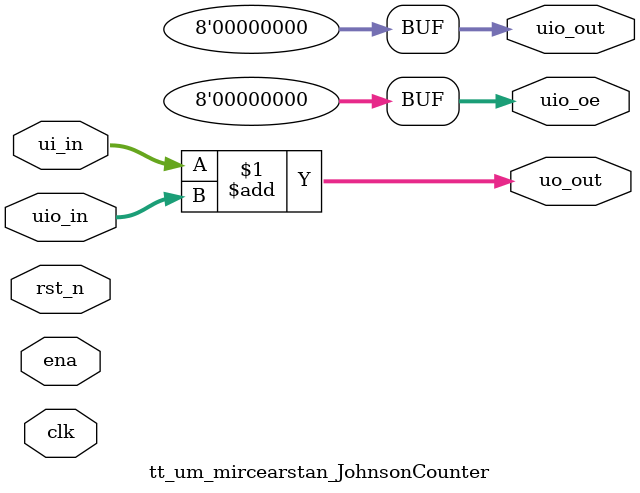
<source format=v>
/*
 * Copyright (c) 2024 Your Name
 * SPDX-License-Identifier: Apache-2.0
 */

`define default_netname none

module tt_um_mircearstan_JohnsonCounter (
    input  wire [7:0] ui_in,    // Dedicated inputs
    output wire [7:0] uo_out,   // Dedicated outputs
    input  wire [7:0] uio_in,   // IOs: Input path
    output wire [7:0] uio_out,  // IOs: Output path
    output wire [7:0] uio_oe,   // IOs: Enable path (active high: 0=input, 1=output)
    input  wire       ena,      // will go high when the design is enabled
    input  wire       clk,      // clock
    input  wire       rst_n     // reset_n - low to reset
);

  // All output pins must be assigned. If not used, assign to 0.
  assign uo_out  = ui_in + uio_in;  // Example: ou_out is the sum of ui_in and uio_in
  assign uio_out = 0;
  assign uio_oe  = 0;

endmodule

</source>
